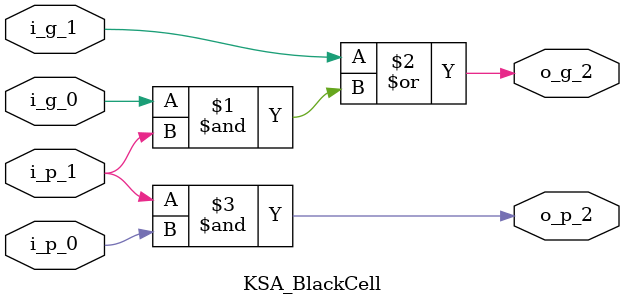
<source format=sv>
module KSA_BlackCell(
    input logic     i_p_0   ,
    input logic     i_p_1   ,
    input logic     i_g_0   ,
    input logic     i_g_1   ,
    output logic    o_g_2   ,
    output logic    o_p_2    
);

// G2 = G1 OR (G0 AND P1 )
// P2 = P1 AND P0
assign o_g_2 = i_g_1 | (i_g_0 & i_p_1);
assign o_p_2 = i_p_1 & i_p_0;

endmodule

</source>
